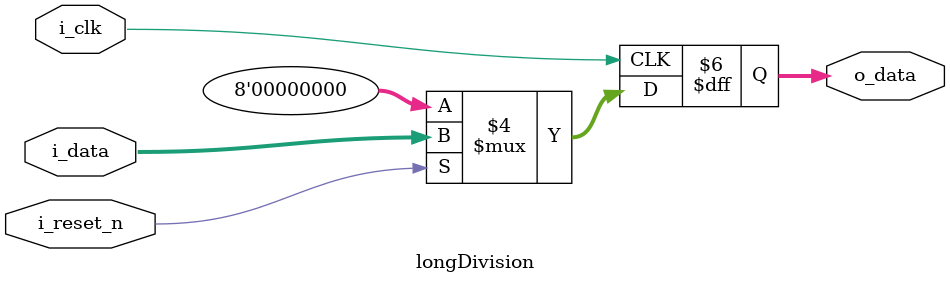
<source format=v>

`default_nettype none
`timescale 1ps/1ps

module longDivision(
    input   wire    [0:0]   i_clk,
    input   wire    [0:0]   i_reset_n,
    input   wire    [7:0]   i_data,
    output  reg     [7:0]   o_data
);

always @(posedge i_clk) begin
    if(!i_reset_n) begin
        o_data <= 8'h00;
    end else begin
        o_data <= i_data;
    end
end

endmodule

</source>
